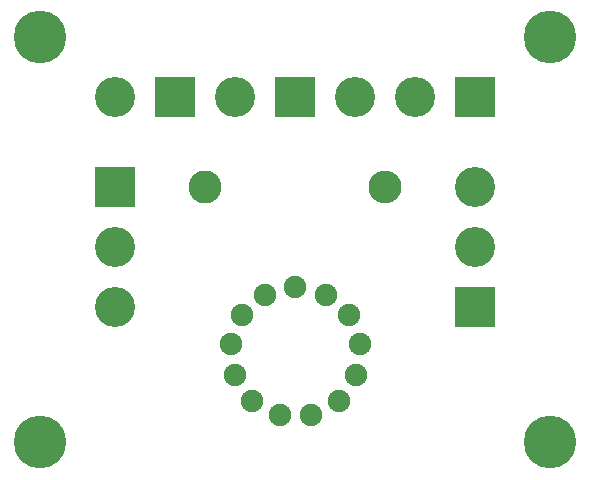
<source format=gbr>
G04 #@! TF.FileFunction,Soldermask,Bot*
%FSLAX46Y46*%
G04 Gerber Fmt 4.6, Leading zero omitted, Abs format (unit mm)*
G04 Created by KiCad (PCBNEW 4.0.7) date Tuesday, March 20, 2018 'PMt' 03:31:39 PM*
%MOMM*%
%LPD*%
G01*
G04 APERTURE LIST*
%ADD10C,0.100000*%
%ADD11C,4.464000*%
%ADD12R,3.400000X3.400000*%
%ADD13C,3.400000*%
%ADD14O,1.900000X1.900000*%
%ADD15C,2.800000*%
%ADD16O,2.800000X2.800000*%
G04 APERTURE END LIST*
D10*
D11*
X130810000Y-58420000D03*
X130810000Y-92710000D03*
X173990000Y-92710000D03*
D12*
X137160000Y-71120000D03*
D13*
X137160000Y-76200000D03*
X137160000Y-81280000D03*
D12*
X167640000Y-81280000D03*
D13*
X167640000Y-76200000D03*
X167640000Y-71120000D03*
D12*
X167640000Y-63500000D03*
D13*
X162560000Y-63500000D03*
X157480000Y-63500000D03*
D12*
X152400000Y-63500000D03*
D13*
X147320000Y-63500000D03*
D12*
X142240000Y-63500000D03*
D13*
X137160000Y-63500000D03*
D14*
X152400000Y-79590000D03*
X149844023Y-80219992D03*
X147873589Y-81965644D03*
X146940102Y-84427049D03*
X147257411Y-87040326D03*
X148752826Y-89206809D03*
X151083764Y-90430179D03*
X153716236Y-90430179D03*
X156047174Y-89206809D03*
X157542589Y-87040326D03*
X157859898Y-84427049D03*
X156926411Y-81965644D03*
X154955977Y-80219992D03*
D15*
X144780000Y-71120000D03*
D16*
X160020000Y-71120000D03*
D11*
X173990000Y-58420000D03*
M02*

</source>
